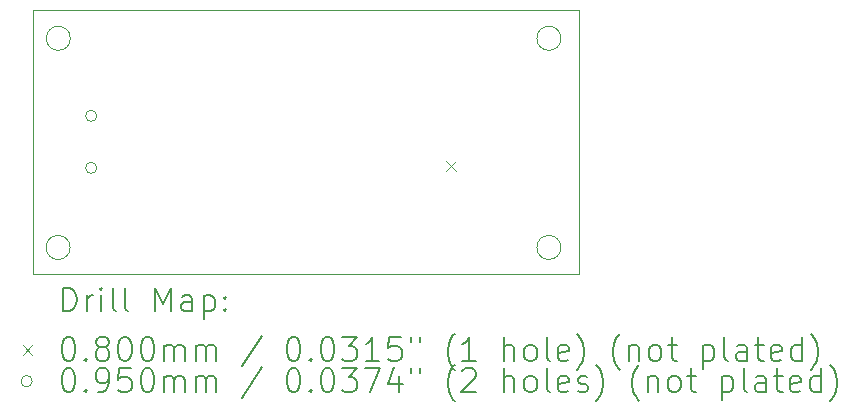
<source format=gbr>
%TF.GenerationSoftware,KiCad,Pcbnew,7.0.10*%
%TF.CreationDate,2024-02-19T12:28:38+05:30*%
%TF.ProjectId,ArduinoNano _Rudra_2021eeb1208,41726475-696e-46f4-9e61-6e6f205f5275,rev?*%
%TF.SameCoordinates,Original*%
%TF.FileFunction,Drillmap*%
%TF.FilePolarity,Positive*%
%FSLAX45Y45*%
G04 Gerber Fmt 4.5, Leading zero omitted, Abs format (unit mm)*
G04 Created by KiCad (PCBNEW 7.0.10) date 2024-02-19 12:28:38*
%MOMM*%
%LPD*%
G01*
G04 APERTURE LIST*
%ADD10C,0.100000*%
%ADD11C,0.200000*%
G04 APERTURE END LIST*
D10*
X6261100Y-9715500D02*
G75*
G03*
X6057900Y-9715500I-101600J0D01*
G01*
X6057900Y-9715500D02*
G75*
G03*
X6261100Y-9715500I101600J0D01*
G01*
X10414000Y-11486000D02*
G75*
G03*
X10210800Y-11486000I-101600J0D01*
G01*
X10210800Y-11486000D02*
G75*
G03*
X10414000Y-11486000I101600J0D01*
G01*
X6258600Y-11486000D02*
G75*
G03*
X6055400Y-11486000I-101600J0D01*
G01*
X6055400Y-11486000D02*
G75*
G03*
X6258600Y-11486000I101600J0D01*
G01*
X5943600Y-9474200D02*
X10566400Y-9474200D01*
X10566400Y-11709400D01*
X5943600Y-11709400D01*
X5943600Y-9474200D01*
X10414000Y-9715500D02*
G75*
G03*
X10210800Y-9715500I-101600J0D01*
G01*
X10210800Y-9715500D02*
G75*
G03*
X10414000Y-9715500I101600J0D01*
G01*
D11*
D10*
X9442050Y-10755000D02*
X9522050Y-10835000D01*
X9522050Y-10755000D02*
X9442050Y-10835000D01*
X6484300Y-10371800D02*
G75*
G03*
X6389300Y-10371800I-47500J0D01*
G01*
X6389300Y-10371800D02*
G75*
G03*
X6484300Y-10371800I47500J0D01*
G01*
X6484300Y-10811800D02*
G75*
G03*
X6389300Y-10811800I-47500J0D01*
G01*
X6389300Y-10811800D02*
G75*
G03*
X6484300Y-10811800I47500J0D01*
G01*
D11*
X6199377Y-12025884D02*
X6199377Y-11825884D01*
X6199377Y-11825884D02*
X6246996Y-11825884D01*
X6246996Y-11825884D02*
X6275567Y-11835408D01*
X6275567Y-11835408D02*
X6294615Y-11854455D01*
X6294615Y-11854455D02*
X6304139Y-11873503D01*
X6304139Y-11873503D02*
X6313662Y-11911598D01*
X6313662Y-11911598D02*
X6313662Y-11940169D01*
X6313662Y-11940169D02*
X6304139Y-11978265D01*
X6304139Y-11978265D02*
X6294615Y-11997312D01*
X6294615Y-11997312D02*
X6275567Y-12016360D01*
X6275567Y-12016360D02*
X6246996Y-12025884D01*
X6246996Y-12025884D02*
X6199377Y-12025884D01*
X6399377Y-12025884D02*
X6399377Y-11892550D01*
X6399377Y-11930646D02*
X6408901Y-11911598D01*
X6408901Y-11911598D02*
X6418424Y-11902074D01*
X6418424Y-11902074D02*
X6437472Y-11892550D01*
X6437472Y-11892550D02*
X6456520Y-11892550D01*
X6523186Y-12025884D02*
X6523186Y-11892550D01*
X6523186Y-11825884D02*
X6513662Y-11835408D01*
X6513662Y-11835408D02*
X6523186Y-11844931D01*
X6523186Y-11844931D02*
X6532710Y-11835408D01*
X6532710Y-11835408D02*
X6523186Y-11825884D01*
X6523186Y-11825884D02*
X6523186Y-11844931D01*
X6646996Y-12025884D02*
X6627948Y-12016360D01*
X6627948Y-12016360D02*
X6618424Y-11997312D01*
X6618424Y-11997312D02*
X6618424Y-11825884D01*
X6751758Y-12025884D02*
X6732710Y-12016360D01*
X6732710Y-12016360D02*
X6723186Y-11997312D01*
X6723186Y-11997312D02*
X6723186Y-11825884D01*
X6980329Y-12025884D02*
X6980329Y-11825884D01*
X6980329Y-11825884D02*
X7046996Y-11968741D01*
X7046996Y-11968741D02*
X7113662Y-11825884D01*
X7113662Y-11825884D02*
X7113662Y-12025884D01*
X7294615Y-12025884D02*
X7294615Y-11921122D01*
X7294615Y-11921122D02*
X7285091Y-11902074D01*
X7285091Y-11902074D02*
X7266043Y-11892550D01*
X7266043Y-11892550D02*
X7227948Y-11892550D01*
X7227948Y-11892550D02*
X7208901Y-11902074D01*
X7294615Y-12016360D02*
X7275567Y-12025884D01*
X7275567Y-12025884D02*
X7227948Y-12025884D01*
X7227948Y-12025884D02*
X7208901Y-12016360D01*
X7208901Y-12016360D02*
X7199377Y-11997312D01*
X7199377Y-11997312D02*
X7199377Y-11978265D01*
X7199377Y-11978265D02*
X7208901Y-11959217D01*
X7208901Y-11959217D02*
X7227948Y-11949693D01*
X7227948Y-11949693D02*
X7275567Y-11949693D01*
X7275567Y-11949693D02*
X7294615Y-11940169D01*
X7389853Y-11892550D02*
X7389853Y-12092550D01*
X7389853Y-11902074D02*
X7408901Y-11892550D01*
X7408901Y-11892550D02*
X7446996Y-11892550D01*
X7446996Y-11892550D02*
X7466043Y-11902074D01*
X7466043Y-11902074D02*
X7475567Y-11911598D01*
X7475567Y-11911598D02*
X7485091Y-11930646D01*
X7485091Y-11930646D02*
X7485091Y-11987788D01*
X7485091Y-11987788D02*
X7475567Y-12006836D01*
X7475567Y-12006836D02*
X7466043Y-12016360D01*
X7466043Y-12016360D02*
X7446996Y-12025884D01*
X7446996Y-12025884D02*
X7408901Y-12025884D01*
X7408901Y-12025884D02*
X7389853Y-12016360D01*
X7570805Y-12006836D02*
X7580329Y-12016360D01*
X7580329Y-12016360D02*
X7570805Y-12025884D01*
X7570805Y-12025884D02*
X7561282Y-12016360D01*
X7561282Y-12016360D02*
X7570805Y-12006836D01*
X7570805Y-12006836D02*
X7570805Y-12025884D01*
X7570805Y-11902074D02*
X7580329Y-11911598D01*
X7580329Y-11911598D02*
X7570805Y-11921122D01*
X7570805Y-11921122D02*
X7561282Y-11911598D01*
X7561282Y-11911598D02*
X7570805Y-11902074D01*
X7570805Y-11902074D02*
X7570805Y-11921122D01*
D10*
X5858600Y-12314400D02*
X5938600Y-12394400D01*
X5938600Y-12314400D02*
X5858600Y-12394400D01*
D11*
X6237472Y-12245884D02*
X6256520Y-12245884D01*
X6256520Y-12245884D02*
X6275567Y-12255408D01*
X6275567Y-12255408D02*
X6285091Y-12264931D01*
X6285091Y-12264931D02*
X6294615Y-12283979D01*
X6294615Y-12283979D02*
X6304139Y-12322074D01*
X6304139Y-12322074D02*
X6304139Y-12369693D01*
X6304139Y-12369693D02*
X6294615Y-12407788D01*
X6294615Y-12407788D02*
X6285091Y-12426836D01*
X6285091Y-12426836D02*
X6275567Y-12436360D01*
X6275567Y-12436360D02*
X6256520Y-12445884D01*
X6256520Y-12445884D02*
X6237472Y-12445884D01*
X6237472Y-12445884D02*
X6218424Y-12436360D01*
X6218424Y-12436360D02*
X6208901Y-12426836D01*
X6208901Y-12426836D02*
X6199377Y-12407788D01*
X6199377Y-12407788D02*
X6189853Y-12369693D01*
X6189853Y-12369693D02*
X6189853Y-12322074D01*
X6189853Y-12322074D02*
X6199377Y-12283979D01*
X6199377Y-12283979D02*
X6208901Y-12264931D01*
X6208901Y-12264931D02*
X6218424Y-12255408D01*
X6218424Y-12255408D02*
X6237472Y-12245884D01*
X6389853Y-12426836D02*
X6399377Y-12436360D01*
X6399377Y-12436360D02*
X6389853Y-12445884D01*
X6389853Y-12445884D02*
X6380329Y-12436360D01*
X6380329Y-12436360D02*
X6389853Y-12426836D01*
X6389853Y-12426836D02*
X6389853Y-12445884D01*
X6513662Y-12331598D02*
X6494615Y-12322074D01*
X6494615Y-12322074D02*
X6485091Y-12312550D01*
X6485091Y-12312550D02*
X6475567Y-12293503D01*
X6475567Y-12293503D02*
X6475567Y-12283979D01*
X6475567Y-12283979D02*
X6485091Y-12264931D01*
X6485091Y-12264931D02*
X6494615Y-12255408D01*
X6494615Y-12255408D02*
X6513662Y-12245884D01*
X6513662Y-12245884D02*
X6551758Y-12245884D01*
X6551758Y-12245884D02*
X6570805Y-12255408D01*
X6570805Y-12255408D02*
X6580329Y-12264931D01*
X6580329Y-12264931D02*
X6589853Y-12283979D01*
X6589853Y-12283979D02*
X6589853Y-12293503D01*
X6589853Y-12293503D02*
X6580329Y-12312550D01*
X6580329Y-12312550D02*
X6570805Y-12322074D01*
X6570805Y-12322074D02*
X6551758Y-12331598D01*
X6551758Y-12331598D02*
X6513662Y-12331598D01*
X6513662Y-12331598D02*
X6494615Y-12341122D01*
X6494615Y-12341122D02*
X6485091Y-12350646D01*
X6485091Y-12350646D02*
X6475567Y-12369693D01*
X6475567Y-12369693D02*
X6475567Y-12407788D01*
X6475567Y-12407788D02*
X6485091Y-12426836D01*
X6485091Y-12426836D02*
X6494615Y-12436360D01*
X6494615Y-12436360D02*
X6513662Y-12445884D01*
X6513662Y-12445884D02*
X6551758Y-12445884D01*
X6551758Y-12445884D02*
X6570805Y-12436360D01*
X6570805Y-12436360D02*
X6580329Y-12426836D01*
X6580329Y-12426836D02*
X6589853Y-12407788D01*
X6589853Y-12407788D02*
X6589853Y-12369693D01*
X6589853Y-12369693D02*
X6580329Y-12350646D01*
X6580329Y-12350646D02*
X6570805Y-12341122D01*
X6570805Y-12341122D02*
X6551758Y-12331598D01*
X6713662Y-12245884D02*
X6732710Y-12245884D01*
X6732710Y-12245884D02*
X6751758Y-12255408D01*
X6751758Y-12255408D02*
X6761282Y-12264931D01*
X6761282Y-12264931D02*
X6770805Y-12283979D01*
X6770805Y-12283979D02*
X6780329Y-12322074D01*
X6780329Y-12322074D02*
X6780329Y-12369693D01*
X6780329Y-12369693D02*
X6770805Y-12407788D01*
X6770805Y-12407788D02*
X6761282Y-12426836D01*
X6761282Y-12426836D02*
X6751758Y-12436360D01*
X6751758Y-12436360D02*
X6732710Y-12445884D01*
X6732710Y-12445884D02*
X6713662Y-12445884D01*
X6713662Y-12445884D02*
X6694615Y-12436360D01*
X6694615Y-12436360D02*
X6685091Y-12426836D01*
X6685091Y-12426836D02*
X6675567Y-12407788D01*
X6675567Y-12407788D02*
X6666043Y-12369693D01*
X6666043Y-12369693D02*
X6666043Y-12322074D01*
X6666043Y-12322074D02*
X6675567Y-12283979D01*
X6675567Y-12283979D02*
X6685091Y-12264931D01*
X6685091Y-12264931D02*
X6694615Y-12255408D01*
X6694615Y-12255408D02*
X6713662Y-12245884D01*
X6904139Y-12245884D02*
X6923186Y-12245884D01*
X6923186Y-12245884D02*
X6942234Y-12255408D01*
X6942234Y-12255408D02*
X6951758Y-12264931D01*
X6951758Y-12264931D02*
X6961282Y-12283979D01*
X6961282Y-12283979D02*
X6970805Y-12322074D01*
X6970805Y-12322074D02*
X6970805Y-12369693D01*
X6970805Y-12369693D02*
X6961282Y-12407788D01*
X6961282Y-12407788D02*
X6951758Y-12426836D01*
X6951758Y-12426836D02*
X6942234Y-12436360D01*
X6942234Y-12436360D02*
X6923186Y-12445884D01*
X6923186Y-12445884D02*
X6904139Y-12445884D01*
X6904139Y-12445884D02*
X6885091Y-12436360D01*
X6885091Y-12436360D02*
X6875567Y-12426836D01*
X6875567Y-12426836D02*
X6866043Y-12407788D01*
X6866043Y-12407788D02*
X6856520Y-12369693D01*
X6856520Y-12369693D02*
X6856520Y-12322074D01*
X6856520Y-12322074D02*
X6866043Y-12283979D01*
X6866043Y-12283979D02*
X6875567Y-12264931D01*
X6875567Y-12264931D02*
X6885091Y-12255408D01*
X6885091Y-12255408D02*
X6904139Y-12245884D01*
X7056520Y-12445884D02*
X7056520Y-12312550D01*
X7056520Y-12331598D02*
X7066043Y-12322074D01*
X7066043Y-12322074D02*
X7085091Y-12312550D01*
X7085091Y-12312550D02*
X7113663Y-12312550D01*
X7113663Y-12312550D02*
X7132710Y-12322074D01*
X7132710Y-12322074D02*
X7142234Y-12341122D01*
X7142234Y-12341122D02*
X7142234Y-12445884D01*
X7142234Y-12341122D02*
X7151758Y-12322074D01*
X7151758Y-12322074D02*
X7170805Y-12312550D01*
X7170805Y-12312550D02*
X7199377Y-12312550D01*
X7199377Y-12312550D02*
X7218424Y-12322074D01*
X7218424Y-12322074D02*
X7227948Y-12341122D01*
X7227948Y-12341122D02*
X7227948Y-12445884D01*
X7323186Y-12445884D02*
X7323186Y-12312550D01*
X7323186Y-12331598D02*
X7332710Y-12322074D01*
X7332710Y-12322074D02*
X7351758Y-12312550D01*
X7351758Y-12312550D02*
X7380329Y-12312550D01*
X7380329Y-12312550D02*
X7399377Y-12322074D01*
X7399377Y-12322074D02*
X7408901Y-12341122D01*
X7408901Y-12341122D02*
X7408901Y-12445884D01*
X7408901Y-12341122D02*
X7418424Y-12322074D01*
X7418424Y-12322074D02*
X7437472Y-12312550D01*
X7437472Y-12312550D02*
X7466043Y-12312550D01*
X7466043Y-12312550D02*
X7485091Y-12322074D01*
X7485091Y-12322074D02*
X7494615Y-12341122D01*
X7494615Y-12341122D02*
X7494615Y-12445884D01*
X7885091Y-12236360D02*
X7713663Y-12493503D01*
X8142234Y-12245884D02*
X8161282Y-12245884D01*
X8161282Y-12245884D02*
X8180329Y-12255408D01*
X8180329Y-12255408D02*
X8189853Y-12264931D01*
X8189853Y-12264931D02*
X8199377Y-12283979D01*
X8199377Y-12283979D02*
X8208901Y-12322074D01*
X8208901Y-12322074D02*
X8208901Y-12369693D01*
X8208901Y-12369693D02*
X8199377Y-12407788D01*
X8199377Y-12407788D02*
X8189853Y-12426836D01*
X8189853Y-12426836D02*
X8180329Y-12436360D01*
X8180329Y-12436360D02*
X8161282Y-12445884D01*
X8161282Y-12445884D02*
X8142234Y-12445884D01*
X8142234Y-12445884D02*
X8123186Y-12436360D01*
X8123186Y-12436360D02*
X8113663Y-12426836D01*
X8113663Y-12426836D02*
X8104139Y-12407788D01*
X8104139Y-12407788D02*
X8094615Y-12369693D01*
X8094615Y-12369693D02*
X8094615Y-12322074D01*
X8094615Y-12322074D02*
X8104139Y-12283979D01*
X8104139Y-12283979D02*
X8113663Y-12264931D01*
X8113663Y-12264931D02*
X8123186Y-12255408D01*
X8123186Y-12255408D02*
X8142234Y-12245884D01*
X8294615Y-12426836D02*
X8304139Y-12436360D01*
X8304139Y-12436360D02*
X8294615Y-12445884D01*
X8294615Y-12445884D02*
X8285091Y-12436360D01*
X8285091Y-12436360D02*
X8294615Y-12426836D01*
X8294615Y-12426836D02*
X8294615Y-12445884D01*
X8427948Y-12245884D02*
X8446996Y-12245884D01*
X8446996Y-12245884D02*
X8466044Y-12255408D01*
X8466044Y-12255408D02*
X8475568Y-12264931D01*
X8475568Y-12264931D02*
X8485091Y-12283979D01*
X8485091Y-12283979D02*
X8494615Y-12322074D01*
X8494615Y-12322074D02*
X8494615Y-12369693D01*
X8494615Y-12369693D02*
X8485091Y-12407788D01*
X8485091Y-12407788D02*
X8475568Y-12426836D01*
X8475568Y-12426836D02*
X8466044Y-12436360D01*
X8466044Y-12436360D02*
X8446996Y-12445884D01*
X8446996Y-12445884D02*
X8427948Y-12445884D01*
X8427948Y-12445884D02*
X8408901Y-12436360D01*
X8408901Y-12436360D02*
X8399377Y-12426836D01*
X8399377Y-12426836D02*
X8389853Y-12407788D01*
X8389853Y-12407788D02*
X8380329Y-12369693D01*
X8380329Y-12369693D02*
X8380329Y-12322074D01*
X8380329Y-12322074D02*
X8389853Y-12283979D01*
X8389853Y-12283979D02*
X8399377Y-12264931D01*
X8399377Y-12264931D02*
X8408901Y-12255408D01*
X8408901Y-12255408D02*
X8427948Y-12245884D01*
X8561282Y-12245884D02*
X8685091Y-12245884D01*
X8685091Y-12245884D02*
X8618425Y-12322074D01*
X8618425Y-12322074D02*
X8646996Y-12322074D01*
X8646996Y-12322074D02*
X8666044Y-12331598D01*
X8666044Y-12331598D02*
X8675568Y-12341122D01*
X8675568Y-12341122D02*
X8685091Y-12360169D01*
X8685091Y-12360169D02*
X8685091Y-12407788D01*
X8685091Y-12407788D02*
X8675568Y-12426836D01*
X8675568Y-12426836D02*
X8666044Y-12436360D01*
X8666044Y-12436360D02*
X8646996Y-12445884D01*
X8646996Y-12445884D02*
X8589853Y-12445884D01*
X8589853Y-12445884D02*
X8570806Y-12436360D01*
X8570806Y-12436360D02*
X8561282Y-12426836D01*
X8875568Y-12445884D02*
X8761282Y-12445884D01*
X8818425Y-12445884D02*
X8818425Y-12245884D01*
X8818425Y-12245884D02*
X8799377Y-12274455D01*
X8799377Y-12274455D02*
X8780329Y-12293503D01*
X8780329Y-12293503D02*
X8761282Y-12303027D01*
X9056520Y-12245884D02*
X8961282Y-12245884D01*
X8961282Y-12245884D02*
X8951758Y-12341122D01*
X8951758Y-12341122D02*
X8961282Y-12331598D01*
X8961282Y-12331598D02*
X8980329Y-12322074D01*
X8980329Y-12322074D02*
X9027949Y-12322074D01*
X9027949Y-12322074D02*
X9046996Y-12331598D01*
X9046996Y-12331598D02*
X9056520Y-12341122D01*
X9056520Y-12341122D02*
X9066044Y-12360169D01*
X9066044Y-12360169D02*
X9066044Y-12407788D01*
X9066044Y-12407788D02*
X9056520Y-12426836D01*
X9056520Y-12426836D02*
X9046996Y-12436360D01*
X9046996Y-12436360D02*
X9027949Y-12445884D01*
X9027949Y-12445884D02*
X8980329Y-12445884D01*
X8980329Y-12445884D02*
X8961282Y-12436360D01*
X8961282Y-12436360D02*
X8951758Y-12426836D01*
X9142234Y-12245884D02*
X9142234Y-12283979D01*
X9218425Y-12245884D02*
X9218425Y-12283979D01*
X9513663Y-12522074D02*
X9504139Y-12512550D01*
X9504139Y-12512550D02*
X9485091Y-12483979D01*
X9485091Y-12483979D02*
X9475568Y-12464931D01*
X9475568Y-12464931D02*
X9466044Y-12436360D01*
X9466044Y-12436360D02*
X9456520Y-12388741D01*
X9456520Y-12388741D02*
X9456520Y-12350646D01*
X9456520Y-12350646D02*
X9466044Y-12303027D01*
X9466044Y-12303027D02*
X9475568Y-12274455D01*
X9475568Y-12274455D02*
X9485091Y-12255408D01*
X9485091Y-12255408D02*
X9504139Y-12226836D01*
X9504139Y-12226836D02*
X9513663Y-12217312D01*
X9694615Y-12445884D02*
X9580330Y-12445884D01*
X9637472Y-12445884D02*
X9637472Y-12245884D01*
X9637472Y-12245884D02*
X9618425Y-12274455D01*
X9618425Y-12274455D02*
X9599377Y-12293503D01*
X9599377Y-12293503D02*
X9580330Y-12303027D01*
X9932711Y-12445884D02*
X9932711Y-12245884D01*
X10018425Y-12445884D02*
X10018425Y-12341122D01*
X10018425Y-12341122D02*
X10008901Y-12322074D01*
X10008901Y-12322074D02*
X9989853Y-12312550D01*
X9989853Y-12312550D02*
X9961282Y-12312550D01*
X9961282Y-12312550D02*
X9942234Y-12322074D01*
X9942234Y-12322074D02*
X9932711Y-12331598D01*
X10142234Y-12445884D02*
X10123187Y-12436360D01*
X10123187Y-12436360D02*
X10113663Y-12426836D01*
X10113663Y-12426836D02*
X10104139Y-12407788D01*
X10104139Y-12407788D02*
X10104139Y-12350646D01*
X10104139Y-12350646D02*
X10113663Y-12331598D01*
X10113663Y-12331598D02*
X10123187Y-12322074D01*
X10123187Y-12322074D02*
X10142234Y-12312550D01*
X10142234Y-12312550D02*
X10170806Y-12312550D01*
X10170806Y-12312550D02*
X10189853Y-12322074D01*
X10189853Y-12322074D02*
X10199377Y-12331598D01*
X10199377Y-12331598D02*
X10208901Y-12350646D01*
X10208901Y-12350646D02*
X10208901Y-12407788D01*
X10208901Y-12407788D02*
X10199377Y-12426836D01*
X10199377Y-12426836D02*
X10189853Y-12436360D01*
X10189853Y-12436360D02*
X10170806Y-12445884D01*
X10170806Y-12445884D02*
X10142234Y-12445884D01*
X10323187Y-12445884D02*
X10304139Y-12436360D01*
X10304139Y-12436360D02*
X10294615Y-12417312D01*
X10294615Y-12417312D02*
X10294615Y-12245884D01*
X10475568Y-12436360D02*
X10456520Y-12445884D01*
X10456520Y-12445884D02*
X10418425Y-12445884D01*
X10418425Y-12445884D02*
X10399377Y-12436360D01*
X10399377Y-12436360D02*
X10389853Y-12417312D01*
X10389853Y-12417312D02*
X10389853Y-12341122D01*
X10389853Y-12341122D02*
X10399377Y-12322074D01*
X10399377Y-12322074D02*
X10418425Y-12312550D01*
X10418425Y-12312550D02*
X10456520Y-12312550D01*
X10456520Y-12312550D02*
X10475568Y-12322074D01*
X10475568Y-12322074D02*
X10485092Y-12341122D01*
X10485092Y-12341122D02*
X10485092Y-12360169D01*
X10485092Y-12360169D02*
X10389853Y-12379217D01*
X10551758Y-12522074D02*
X10561282Y-12512550D01*
X10561282Y-12512550D02*
X10580330Y-12483979D01*
X10580330Y-12483979D02*
X10589853Y-12464931D01*
X10589853Y-12464931D02*
X10599377Y-12436360D01*
X10599377Y-12436360D02*
X10608901Y-12388741D01*
X10608901Y-12388741D02*
X10608901Y-12350646D01*
X10608901Y-12350646D02*
X10599377Y-12303027D01*
X10599377Y-12303027D02*
X10589853Y-12274455D01*
X10589853Y-12274455D02*
X10580330Y-12255408D01*
X10580330Y-12255408D02*
X10561282Y-12226836D01*
X10561282Y-12226836D02*
X10551758Y-12217312D01*
X10913663Y-12522074D02*
X10904139Y-12512550D01*
X10904139Y-12512550D02*
X10885092Y-12483979D01*
X10885092Y-12483979D02*
X10875568Y-12464931D01*
X10875568Y-12464931D02*
X10866044Y-12436360D01*
X10866044Y-12436360D02*
X10856520Y-12388741D01*
X10856520Y-12388741D02*
X10856520Y-12350646D01*
X10856520Y-12350646D02*
X10866044Y-12303027D01*
X10866044Y-12303027D02*
X10875568Y-12274455D01*
X10875568Y-12274455D02*
X10885092Y-12255408D01*
X10885092Y-12255408D02*
X10904139Y-12226836D01*
X10904139Y-12226836D02*
X10913663Y-12217312D01*
X10989853Y-12312550D02*
X10989853Y-12445884D01*
X10989853Y-12331598D02*
X10999377Y-12322074D01*
X10999377Y-12322074D02*
X11018425Y-12312550D01*
X11018425Y-12312550D02*
X11046996Y-12312550D01*
X11046996Y-12312550D02*
X11066044Y-12322074D01*
X11066044Y-12322074D02*
X11075568Y-12341122D01*
X11075568Y-12341122D02*
X11075568Y-12445884D01*
X11199377Y-12445884D02*
X11180330Y-12436360D01*
X11180330Y-12436360D02*
X11170806Y-12426836D01*
X11170806Y-12426836D02*
X11161282Y-12407788D01*
X11161282Y-12407788D02*
X11161282Y-12350646D01*
X11161282Y-12350646D02*
X11170806Y-12331598D01*
X11170806Y-12331598D02*
X11180330Y-12322074D01*
X11180330Y-12322074D02*
X11199377Y-12312550D01*
X11199377Y-12312550D02*
X11227949Y-12312550D01*
X11227949Y-12312550D02*
X11246996Y-12322074D01*
X11246996Y-12322074D02*
X11256520Y-12331598D01*
X11256520Y-12331598D02*
X11266044Y-12350646D01*
X11266044Y-12350646D02*
X11266044Y-12407788D01*
X11266044Y-12407788D02*
X11256520Y-12426836D01*
X11256520Y-12426836D02*
X11246996Y-12436360D01*
X11246996Y-12436360D02*
X11227949Y-12445884D01*
X11227949Y-12445884D02*
X11199377Y-12445884D01*
X11323187Y-12312550D02*
X11399377Y-12312550D01*
X11351758Y-12245884D02*
X11351758Y-12417312D01*
X11351758Y-12417312D02*
X11361282Y-12436360D01*
X11361282Y-12436360D02*
X11380330Y-12445884D01*
X11380330Y-12445884D02*
X11399377Y-12445884D01*
X11618425Y-12312550D02*
X11618425Y-12512550D01*
X11618425Y-12322074D02*
X11637472Y-12312550D01*
X11637472Y-12312550D02*
X11675568Y-12312550D01*
X11675568Y-12312550D02*
X11694615Y-12322074D01*
X11694615Y-12322074D02*
X11704139Y-12331598D01*
X11704139Y-12331598D02*
X11713663Y-12350646D01*
X11713663Y-12350646D02*
X11713663Y-12407788D01*
X11713663Y-12407788D02*
X11704139Y-12426836D01*
X11704139Y-12426836D02*
X11694615Y-12436360D01*
X11694615Y-12436360D02*
X11675568Y-12445884D01*
X11675568Y-12445884D02*
X11637472Y-12445884D01*
X11637472Y-12445884D02*
X11618425Y-12436360D01*
X11827949Y-12445884D02*
X11808901Y-12436360D01*
X11808901Y-12436360D02*
X11799377Y-12417312D01*
X11799377Y-12417312D02*
X11799377Y-12245884D01*
X11989853Y-12445884D02*
X11989853Y-12341122D01*
X11989853Y-12341122D02*
X11980330Y-12322074D01*
X11980330Y-12322074D02*
X11961282Y-12312550D01*
X11961282Y-12312550D02*
X11923187Y-12312550D01*
X11923187Y-12312550D02*
X11904139Y-12322074D01*
X11989853Y-12436360D02*
X11970806Y-12445884D01*
X11970806Y-12445884D02*
X11923187Y-12445884D01*
X11923187Y-12445884D02*
X11904139Y-12436360D01*
X11904139Y-12436360D02*
X11894615Y-12417312D01*
X11894615Y-12417312D02*
X11894615Y-12398265D01*
X11894615Y-12398265D02*
X11904139Y-12379217D01*
X11904139Y-12379217D02*
X11923187Y-12369693D01*
X11923187Y-12369693D02*
X11970806Y-12369693D01*
X11970806Y-12369693D02*
X11989853Y-12360169D01*
X12056520Y-12312550D02*
X12132711Y-12312550D01*
X12085092Y-12245884D02*
X12085092Y-12417312D01*
X12085092Y-12417312D02*
X12094615Y-12436360D01*
X12094615Y-12436360D02*
X12113663Y-12445884D01*
X12113663Y-12445884D02*
X12132711Y-12445884D01*
X12275568Y-12436360D02*
X12256520Y-12445884D01*
X12256520Y-12445884D02*
X12218425Y-12445884D01*
X12218425Y-12445884D02*
X12199377Y-12436360D01*
X12199377Y-12436360D02*
X12189853Y-12417312D01*
X12189853Y-12417312D02*
X12189853Y-12341122D01*
X12189853Y-12341122D02*
X12199377Y-12322074D01*
X12199377Y-12322074D02*
X12218425Y-12312550D01*
X12218425Y-12312550D02*
X12256520Y-12312550D01*
X12256520Y-12312550D02*
X12275568Y-12322074D01*
X12275568Y-12322074D02*
X12285092Y-12341122D01*
X12285092Y-12341122D02*
X12285092Y-12360169D01*
X12285092Y-12360169D02*
X12189853Y-12379217D01*
X12456520Y-12445884D02*
X12456520Y-12245884D01*
X12456520Y-12436360D02*
X12437473Y-12445884D01*
X12437473Y-12445884D02*
X12399377Y-12445884D01*
X12399377Y-12445884D02*
X12380330Y-12436360D01*
X12380330Y-12436360D02*
X12370806Y-12426836D01*
X12370806Y-12426836D02*
X12361282Y-12407788D01*
X12361282Y-12407788D02*
X12361282Y-12350646D01*
X12361282Y-12350646D02*
X12370806Y-12331598D01*
X12370806Y-12331598D02*
X12380330Y-12322074D01*
X12380330Y-12322074D02*
X12399377Y-12312550D01*
X12399377Y-12312550D02*
X12437473Y-12312550D01*
X12437473Y-12312550D02*
X12456520Y-12322074D01*
X12532711Y-12522074D02*
X12542234Y-12512550D01*
X12542234Y-12512550D02*
X12561282Y-12483979D01*
X12561282Y-12483979D02*
X12570806Y-12464931D01*
X12570806Y-12464931D02*
X12580330Y-12436360D01*
X12580330Y-12436360D02*
X12589853Y-12388741D01*
X12589853Y-12388741D02*
X12589853Y-12350646D01*
X12589853Y-12350646D02*
X12580330Y-12303027D01*
X12580330Y-12303027D02*
X12570806Y-12274455D01*
X12570806Y-12274455D02*
X12561282Y-12255408D01*
X12561282Y-12255408D02*
X12542234Y-12226836D01*
X12542234Y-12226836D02*
X12532711Y-12217312D01*
D10*
X5938600Y-12618400D02*
G75*
G03*
X5843600Y-12618400I-47500J0D01*
G01*
X5843600Y-12618400D02*
G75*
G03*
X5938600Y-12618400I47500J0D01*
G01*
D11*
X6237472Y-12509884D02*
X6256520Y-12509884D01*
X6256520Y-12509884D02*
X6275567Y-12519408D01*
X6275567Y-12519408D02*
X6285091Y-12528931D01*
X6285091Y-12528931D02*
X6294615Y-12547979D01*
X6294615Y-12547979D02*
X6304139Y-12586074D01*
X6304139Y-12586074D02*
X6304139Y-12633693D01*
X6304139Y-12633693D02*
X6294615Y-12671788D01*
X6294615Y-12671788D02*
X6285091Y-12690836D01*
X6285091Y-12690836D02*
X6275567Y-12700360D01*
X6275567Y-12700360D02*
X6256520Y-12709884D01*
X6256520Y-12709884D02*
X6237472Y-12709884D01*
X6237472Y-12709884D02*
X6218424Y-12700360D01*
X6218424Y-12700360D02*
X6208901Y-12690836D01*
X6208901Y-12690836D02*
X6199377Y-12671788D01*
X6199377Y-12671788D02*
X6189853Y-12633693D01*
X6189853Y-12633693D02*
X6189853Y-12586074D01*
X6189853Y-12586074D02*
X6199377Y-12547979D01*
X6199377Y-12547979D02*
X6208901Y-12528931D01*
X6208901Y-12528931D02*
X6218424Y-12519408D01*
X6218424Y-12519408D02*
X6237472Y-12509884D01*
X6389853Y-12690836D02*
X6399377Y-12700360D01*
X6399377Y-12700360D02*
X6389853Y-12709884D01*
X6389853Y-12709884D02*
X6380329Y-12700360D01*
X6380329Y-12700360D02*
X6389853Y-12690836D01*
X6389853Y-12690836D02*
X6389853Y-12709884D01*
X6494615Y-12709884D02*
X6532710Y-12709884D01*
X6532710Y-12709884D02*
X6551758Y-12700360D01*
X6551758Y-12700360D02*
X6561282Y-12690836D01*
X6561282Y-12690836D02*
X6580329Y-12662265D01*
X6580329Y-12662265D02*
X6589853Y-12624169D01*
X6589853Y-12624169D02*
X6589853Y-12547979D01*
X6589853Y-12547979D02*
X6580329Y-12528931D01*
X6580329Y-12528931D02*
X6570805Y-12519408D01*
X6570805Y-12519408D02*
X6551758Y-12509884D01*
X6551758Y-12509884D02*
X6513662Y-12509884D01*
X6513662Y-12509884D02*
X6494615Y-12519408D01*
X6494615Y-12519408D02*
X6485091Y-12528931D01*
X6485091Y-12528931D02*
X6475567Y-12547979D01*
X6475567Y-12547979D02*
X6475567Y-12595598D01*
X6475567Y-12595598D02*
X6485091Y-12614646D01*
X6485091Y-12614646D02*
X6494615Y-12624169D01*
X6494615Y-12624169D02*
X6513662Y-12633693D01*
X6513662Y-12633693D02*
X6551758Y-12633693D01*
X6551758Y-12633693D02*
X6570805Y-12624169D01*
X6570805Y-12624169D02*
X6580329Y-12614646D01*
X6580329Y-12614646D02*
X6589853Y-12595598D01*
X6770805Y-12509884D02*
X6675567Y-12509884D01*
X6675567Y-12509884D02*
X6666043Y-12605122D01*
X6666043Y-12605122D02*
X6675567Y-12595598D01*
X6675567Y-12595598D02*
X6694615Y-12586074D01*
X6694615Y-12586074D02*
X6742234Y-12586074D01*
X6742234Y-12586074D02*
X6761282Y-12595598D01*
X6761282Y-12595598D02*
X6770805Y-12605122D01*
X6770805Y-12605122D02*
X6780329Y-12624169D01*
X6780329Y-12624169D02*
X6780329Y-12671788D01*
X6780329Y-12671788D02*
X6770805Y-12690836D01*
X6770805Y-12690836D02*
X6761282Y-12700360D01*
X6761282Y-12700360D02*
X6742234Y-12709884D01*
X6742234Y-12709884D02*
X6694615Y-12709884D01*
X6694615Y-12709884D02*
X6675567Y-12700360D01*
X6675567Y-12700360D02*
X6666043Y-12690836D01*
X6904139Y-12509884D02*
X6923186Y-12509884D01*
X6923186Y-12509884D02*
X6942234Y-12519408D01*
X6942234Y-12519408D02*
X6951758Y-12528931D01*
X6951758Y-12528931D02*
X6961282Y-12547979D01*
X6961282Y-12547979D02*
X6970805Y-12586074D01*
X6970805Y-12586074D02*
X6970805Y-12633693D01*
X6970805Y-12633693D02*
X6961282Y-12671788D01*
X6961282Y-12671788D02*
X6951758Y-12690836D01*
X6951758Y-12690836D02*
X6942234Y-12700360D01*
X6942234Y-12700360D02*
X6923186Y-12709884D01*
X6923186Y-12709884D02*
X6904139Y-12709884D01*
X6904139Y-12709884D02*
X6885091Y-12700360D01*
X6885091Y-12700360D02*
X6875567Y-12690836D01*
X6875567Y-12690836D02*
X6866043Y-12671788D01*
X6866043Y-12671788D02*
X6856520Y-12633693D01*
X6856520Y-12633693D02*
X6856520Y-12586074D01*
X6856520Y-12586074D02*
X6866043Y-12547979D01*
X6866043Y-12547979D02*
X6875567Y-12528931D01*
X6875567Y-12528931D02*
X6885091Y-12519408D01*
X6885091Y-12519408D02*
X6904139Y-12509884D01*
X7056520Y-12709884D02*
X7056520Y-12576550D01*
X7056520Y-12595598D02*
X7066043Y-12586074D01*
X7066043Y-12586074D02*
X7085091Y-12576550D01*
X7085091Y-12576550D02*
X7113663Y-12576550D01*
X7113663Y-12576550D02*
X7132710Y-12586074D01*
X7132710Y-12586074D02*
X7142234Y-12605122D01*
X7142234Y-12605122D02*
X7142234Y-12709884D01*
X7142234Y-12605122D02*
X7151758Y-12586074D01*
X7151758Y-12586074D02*
X7170805Y-12576550D01*
X7170805Y-12576550D02*
X7199377Y-12576550D01*
X7199377Y-12576550D02*
X7218424Y-12586074D01*
X7218424Y-12586074D02*
X7227948Y-12605122D01*
X7227948Y-12605122D02*
X7227948Y-12709884D01*
X7323186Y-12709884D02*
X7323186Y-12576550D01*
X7323186Y-12595598D02*
X7332710Y-12586074D01*
X7332710Y-12586074D02*
X7351758Y-12576550D01*
X7351758Y-12576550D02*
X7380329Y-12576550D01*
X7380329Y-12576550D02*
X7399377Y-12586074D01*
X7399377Y-12586074D02*
X7408901Y-12605122D01*
X7408901Y-12605122D02*
X7408901Y-12709884D01*
X7408901Y-12605122D02*
X7418424Y-12586074D01*
X7418424Y-12586074D02*
X7437472Y-12576550D01*
X7437472Y-12576550D02*
X7466043Y-12576550D01*
X7466043Y-12576550D02*
X7485091Y-12586074D01*
X7485091Y-12586074D02*
X7494615Y-12605122D01*
X7494615Y-12605122D02*
X7494615Y-12709884D01*
X7885091Y-12500360D02*
X7713663Y-12757503D01*
X8142234Y-12509884D02*
X8161282Y-12509884D01*
X8161282Y-12509884D02*
X8180329Y-12519408D01*
X8180329Y-12519408D02*
X8189853Y-12528931D01*
X8189853Y-12528931D02*
X8199377Y-12547979D01*
X8199377Y-12547979D02*
X8208901Y-12586074D01*
X8208901Y-12586074D02*
X8208901Y-12633693D01*
X8208901Y-12633693D02*
X8199377Y-12671788D01*
X8199377Y-12671788D02*
X8189853Y-12690836D01*
X8189853Y-12690836D02*
X8180329Y-12700360D01*
X8180329Y-12700360D02*
X8161282Y-12709884D01*
X8161282Y-12709884D02*
X8142234Y-12709884D01*
X8142234Y-12709884D02*
X8123186Y-12700360D01*
X8123186Y-12700360D02*
X8113663Y-12690836D01*
X8113663Y-12690836D02*
X8104139Y-12671788D01*
X8104139Y-12671788D02*
X8094615Y-12633693D01*
X8094615Y-12633693D02*
X8094615Y-12586074D01*
X8094615Y-12586074D02*
X8104139Y-12547979D01*
X8104139Y-12547979D02*
X8113663Y-12528931D01*
X8113663Y-12528931D02*
X8123186Y-12519408D01*
X8123186Y-12519408D02*
X8142234Y-12509884D01*
X8294615Y-12690836D02*
X8304139Y-12700360D01*
X8304139Y-12700360D02*
X8294615Y-12709884D01*
X8294615Y-12709884D02*
X8285091Y-12700360D01*
X8285091Y-12700360D02*
X8294615Y-12690836D01*
X8294615Y-12690836D02*
X8294615Y-12709884D01*
X8427948Y-12509884D02*
X8446996Y-12509884D01*
X8446996Y-12509884D02*
X8466044Y-12519408D01*
X8466044Y-12519408D02*
X8475568Y-12528931D01*
X8475568Y-12528931D02*
X8485091Y-12547979D01*
X8485091Y-12547979D02*
X8494615Y-12586074D01*
X8494615Y-12586074D02*
X8494615Y-12633693D01*
X8494615Y-12633693D02*
X8485091Y-12671788D01*
X8485091Y-12671788D02*
X8475568Y-12690836D01*
X8475568Y-12690836D02*
X8466044Y-12700360D01*
X8466044Y-12700360D02*
X8446996Y-12709884D01*
X8446996Y-12709884D02*
X8427948Y-12709884D01*
X8427948Y-12709884D02*
X8408901Y-12700360D01*
X8408901Y-12700360D02*
X8399377Y-12690836D01*
X8399377Y-12690836D02*
X8389853Y-12671788D01*
X8389853Y-12671788D02*
X8380329Y-12633693D01*
X8380329Y-12633693D02*
X8380329Y-12586074D01*
X8380329Y-12586074D02*
X8389853Y-12547979D01*
X8389853Y-12547979D02*
X8399377Y-12528931D01*
X8399377Y-12528931D02*
X8408901Y-12519408D01*
X8408901Y-12519408D02*
X8427948Y-12509884D01*
X8561282Y-12509884D02*
X8685091Y-12509884D01*
X8685091Y-12509884D02*
X8618425Y-12586074D01*
X8618425Y-12586074D02*
X8646996Y-12586074D01*
X8646996Y-12586074D02*
X8666044Y-12595598D01*
X8666044Y-12595598D02*
X8675568Y-12605122D01*
X8675568Y-12605122D02*
X8685091Y-12624169D01*
X8685091Y-12624169D02*
X8685091Y-12671788D01*
X8685091Y-12671788D02*
X8675568Y-12690836D01*
X8675568Y-12690836D02*
X8666044Y-12700360D01*
X8666044Y-12700360D02*
X8646996Y-12709884D01*
X8646996Y-12709884D02*
X8589853Y-12709884D01*
X8589853Y-12709884D02*
X8570806Y-12700360D01*
X8570806Y-12700360D02*
X8561282Y-12690836D01*
X8751758Y-12509884D02*
X8885091Y-12509884D01*
X8885091Y-12509884D02*
X8799377Y-12709884D01*
X9046996Y-12576550D02*
X9046996Y-12709884D01*
X8999377Y-12500360D02*
X8951758Y-12643217D01*
X8951758Y-12643217D02*
X9075568Y-12643217D01*
X9142234Y-12509884D02*
X9142234Y-12547979D01*
X9218425Y-12509884D02*
X9218425Y-12547979D01*
X9513663Y-12786074D02*
X9504139Y-12776550D01*
X9504139Y-12776550D02*
X9485091Y-12747979D01*
X9485091Y-12747979D02*
X9475568Y-12728931D01*
X9475568Y-12728931D02*
X9466044Y-12700360D01*
X9466044Y-12700360D02*
X9456520Y-12652741D01*
X9456520Y-12652741D02*
X9456520Y-12614646D01*
X9456520Y-12614646D02*
X9466044Y-12567027D01*
X9466044Y-12567027D02*
X9475568Y-12538455D01*
X9475568Y-12538455D02*
X9485091Y-12519408D01*
X9485091Y-12519408D02*
X9504139Y-12490836D01*
X9504139Y-12490836D02*
X9513663Y-12481312D01*
X9580330Y-12528931D02*
X9589853Y-12519408D01*
X9589853Y-12519408D02*
X9608901Y-12509884D01*
X9608901Y-12509884D02*
X9656520Y-12509884D01*
X9656520Y-12509884D02*
X9675568Y-12519408D01*
X9675568Y-12519408D02*
X9685091Y-12528931D01*
X9685091Y-12528931D02*
X9694615Y-12547979D01*
X9694615Y-12547979D02*
X9694615Y-12567027D01*
X9694615Y-12567027D02*
X9685091Y-12595598D01*
X9685091Y-12595598D02*
X9570806Y-12709884D01*
X9570806Y-12709884D02*
X9694615Y-12709884D01*
X9932711Y-12709884D02*
X9932711Y-12509884D01*
X10018425Y-12709884D02*
X10018425Y-12605122D01*
X10018425Y-12605122D02*
X10008901Y-12586074D01*
X10008901Y-12586074D02*
X9989853Y-12576550D01*
X9989853Y-12576550D02*
X9961282Y-12576550D01*
X9961282Y-12576550D02*
X9942234Y-12586074D01*
X9942234Y-12586074D02*
X9932711Y-12595598D01*
X10142234Y-12709884D02*
X10123187Y-12700360D01*
X10123187Y-12700360D02*
X10113663Y-12690836D01*
X10113663Y-12690836D02*
X10104139Y-12671788D01*
X10104139Y-12671788D02*
X10104139Y-12614646D01*
X10104139Y-12614646D02*
X10113663Y-12595598D01*
X10113663Y-12595598D02*
X10123187Y-12586074D01*
X10123187Y-12586074D02*
X10142234Y-12576550D01*
X10142234Y-12576550D02*
X10170806Y-12576550D01*
X10170806Y-12576550D02*
X10189853Y-12586074D01*
X10189853Y-12586074D02*
X10199377Y-12595598D01*
X10199377Y-12595598D02*
X10208901Y-12614646D01*
X10208901Y-12614646D02*
X10208901Y-12671788D01*
X10208901Y-12671788D02*
X10199377Y-12690836D01*
X10199377Y-12690836D02*
X10189853Y-12700360D01*
X10189853Y-12700360D02*
X10170806Y-12709884D01*
X10170806Y-12709884D02*
X10142234Y-12709884D01*
X10323187Y-12709884D02*
X10304139Y-12700360D01*
X10304139Y-12700360D02*
X10294615Y-12681312D01*
X10294615Y-12681312D02*
X10294615Y-12509884D01*
X10475568Y-12700360D02*
X10456520Y-12709884D01*
X10456520Y-12709884D02*
X10418425Y-12709884D01*
X10418425Y-12709884D02*
X10399377Y-12700360D01*
X10399377Y-12700360D02*
X10389853Y-12681312D01*
X10389853Y-12681312D02*
X10389853Y-12605122D01*
X10389853Y-12605122D02*
X10399377Y-12586074D01*
X10399377Y-12586074D02*
X10418425Y-12576550D01*
X10418425Y-12576550D02*
X10456520Y-12576550D01*
X10456520Y-12576550D02*
X10475568Y-12586074D01*
X10475568Y-12586074D02*
X10485092Y-12605122D01*
X10485092Y-12605122D02*
X10485092Y-12624169D01*
X10485092Y-12624169D02*
X10389853Y-12643217D01*
X10561282Y-12700360D02*
X10580330Y-12709884D01*
X10580330Y-12709884D02*
X10618425Y-12709884D01*
X10618425Y-12709884D02*
X10637473Y-12700360D01*
X10637473Y-12700360D02*
X10646996Y-12681312D01*
X10646996Y-12681312D02*
X10646996Y-12671788D01*
X10646996Y-12671788D02*
X10637473Y-12652741D01*
X10637473Y-12652741D02*
X10618425Y-12643217D01*
X10618425Y-12643217D02*
X10589853Y-12643217D01*
X10589853Y-12643217D02*
X10570806Y-12633693D01*
X10570806Y-12633693D02*
X10561282Y-12614646D01*
X10561282Y-12614646D02*
X10561282Y-12605122D01*
X10561282Y-12605122D02*
X10570806Y-12586074D01*
X10570806Y-12586074D02*
X10589853Y-12576550D01*
X10589853Y-12576550D02*
X10618425Y-12576550D01*
X10618425Y-12576550D02*
X10637473Y-12586074D01*
X10713663Y-12786074D02*
X10723187Y-12776550D01*
X10723187Y-12776550D02*
X10742234Y-12747979D01*
X10742234Y-12747979D02*
X10751758Y-12728931D01*
X10751758Y-12728931D02*
X10761282Y-12700360D01*
X10761282Y-12700360D02*
X10770806Y-12652741D01*
X10770806Y-12652741D02*
X10770806Y-12614646D01*
X10770806Y-12614646D02*
X10761282Y-12567027D01*
X10761282Y-12567027D02*
X10751758Y-12538455D01*
X10751758Y-12538455D02*
X10742234Y-12519408D01*
X10742234Y-12519408D02*
X10723187Y-12490836D01*
X10723187Y-12490836D02*
X10713663Y-12481312D01*
X11075568Y-12786074D02*
X11066044Y-12776550D01*
X11066044Y-12776550D02*
X11046996Y-12747979D01*
X11046996Y-12747979D02*
X11037473Y-12728931D01*
X11037473Y-12728931D02*
X11027949Y-12700360D01*
X11027949Y-12700360D02*
X11018425Y-12652741D01*
X11018425Y-12652741D02*
X11018425Y-12614646D01*
X11018425Y-12614646D02*
X11027949Y-12567027D01*
X11027949Y-12567027D02*
X11037473Y-12538455D01*
X11037473Y-12538455D02*
X11046996Y-12519408D01*
X11046996Y-12519408D02*
X11066044Y-12490836D01*
X11066044Y-12490836D02*
X11075568Y-12481312D01*
X11151758Y-12576550D02*
X11151758Y-12709884D01*
X11151758Y-12595598D02*
X11161282Y-12586074D01*
X11161282Y-12586074D02*
X11180330Y-12576550D01*
X11180330Y-12576550D02*
X11208901Y-12576550D01*
X11208901Y-12576550D02*
X11227949Y-12586074D01*
X11227949Y-12586074D02*
X11237472Y-12605122D01*
X11237472Y-12605122D02*
X11237472Y-12709884D01*
X11361282Y-12709884D02*
X11342234Y-12700360D01*
X11342234Y-12700360D02*
X11332711Y-12690836D01*
X11332711Y-12690836D02*
X11323187Y-12671788D01*
X11323187Y-12671788D02*
X11323187Y-12614646D01*
X11323187Y-12614646D02*
X11332711Y-12595598D01*
X11332711Y-12595598D02*
X11342234Y-12586074D01*
X11342234Y-12586074D02*
X11361282Y-12576550D01*
X11361282Y-12576550D02*
X11389853Y-12576550D01*
X11389853Y-12576550D02*
X11408901Y-12586074D01*
X11408901Y-12586074D02*
X11418425Y-12595598D01*
X11418425Y-12595598D02*
X11427949Y-12614646D01*
X11427949Y-12614646D02*
X11427949Y-12671788D01*
X11427949Y-12671788D02*
X11418425Y-12690836D01*
X11418425Y-12690836D02*
X11408901Y-12700360D01*
X11408901Y-12700360D02*
X11389853Y-12709884D01*
X11389853Y-12709884D02*
X11361282Y-12709884D01*
X11485092Y-12576550D02*
X11561282Y-12576550D01*
X11513663Y-12509884D02*
X11513663Y-12681312D01*
X11513663Y-12681312D02*
X11523187Y-12700360D01*
X11523187Y-12700360D02*
X11542234Y-12709884D01*
X11542234Y-12709884D02*
X11561282Y-12709884D01*
X11780330Y-12576550D02*
X11780330Y-12776550D01*
X11780330Y-12586074D02*
X11799377Y-12576550D01*
X11799377Y-12576550D02*
X11837473Y-12576550D01*
X11837473Y-12576550D02*
X11856520Y-12586074D01*
X11856520Y-12586074D02*
X11866044Y-12595598D01*
X11866044Y-12595598D02*
X11875568Y-12614646D01*
X11875568Y-12614646D02*
X11875568Y-12671788D01*
X11875568Y-12671788D02*
X11866044Y-12690836D01*
X11866044Y-12690836D02*
X11856520Y-12700360D01*
X11856520Y-12700360D02*
X11837473Y-12709884D01*
X11837473Y-12709884D02*
X11799377Y-12709884D01*
X11799377Y-12709884D02*
X11780330Y-12700360D01*
X11989853Y-12709884D02*
X11970806Y-12700360D01*
X11970806Y-12700360D02*
X11961282Y-12681312D01*
X11961282Y-12681312D02*
X11961282Y-12509884D01*
X12151758Y-12709884D02*
X12151758Y-12605122D01*
X12151758Y-12605122D02*
X12142234Y-12586074D01*
X12142234Y-12586074D02*
X12123187Y-12576550D01*
X12123187Y-12576550D02*
X12085092Y-12576550D01*
X12085092Y-12576550D02*
X12066044Y-12586074D01*
X12151758Y-12700360D02*
X12132711Y-12709884D01*
X12132711Y-12709884D02*
X12085092Y-12709884D01*
X12085092Y-12709884D02*
X12066044Y-12700360D01*
X12066044Y-12700360D02*
X12056520Y-12681312D01*
X12056520Y-12681312D02*
X12056520Y-12662265D01*
X12056520Y-12662265D02*
X12066044Y-12643217D01*
X12066044Y-12643217D02*
X12085092Y-12633693D01*
X12085092Y-12633693D02*
X12132711Y-12633693D01*
X12132711Y-12633693D02*
X12151758Y-12624169D01*
X12218425Y-12576550D02*
X12294615Y-12576550D01*
X12246996Y-12509884D02*
X12246996Y-12681312D01*
X12246996Y-12681312D02*
X12256520Y-12700360D01*
X12256520Y-12700360D02*
X12275568Y-12709884D01*
X12275568Y-12709884D02*
X12294615Y-12709884D01*
X12437473Y-12700360D02*
X12418425Y-12709884D01*
X12418425Y-12709884D02*
X12380330Y-12709884D01*
X12380330Y-12709884D02*
X12361282Y-12700360D01*
X12361282Y-12700360D02*
X12351758Y-12681312D01*
X12351758Y-12681312D02*
X12351758Y-12605122D01*
X12351758Y-12605122D02*
X12361282Y-12586074D01*
X12361282Y-12586074D02*
X12380330Y-12576550D01*
X12380330Y-12576550D02*
X12418425Y-12576550D01*
X12418425Y-12576550D02*
X12437473Y-12586074D01*
X12437473Y-12586074D02*
X12446996Y-12605122D01*
X12446996Y-12605122D02*
X12446996Y-12624169D01*
X12446996Y-12624169D02*
X12351758Y-12643217D01*
X12618425Y-12709884D02*
X12618425Y-12509884D01*
X12618425Y-12700360D02*
X12599377Y-12709884D01*
X12599377Y-12709884D02*
X12561282Y-12709884D01*
X12561282Y-12709884D02*
X12542234Y-12700360D01*
X12542234Y-12700360D02*
X12532711Y-12690836D01*
X12532711Y-12690836D02*
X12523187Y-12671788D01*
X12523187Y-12671788D02*
X12523187Y-12614646D01*
X12523187Y-12614646D02*
X12532711Y-12595598D01*
X12532711Y-12595598D02*
X12542234Y-12586074D01*
X12542234Y-12586074D02*
X12561282Y-12576550D01*
X12561282Y-12576550D02*
X12599377Y-12576550D01*
X12599377Y-12576550D02*
X12618425Y-12586074D01*
X12694615Y-12786074D02*
X12704139Y-12776550D01*
X12704139Y-12776550D02*
X12723187Y-12747979D01*
X12723187Y-12747979D02*
X12732711Y-12728931D01*
X12732711Y-12728931D02*
X12742234Y-12700360D01*
X12742234Y-12700360D02*
X12751758Y-12652741D01*
X12751758Y-12652741D02*
X12751758Y-12614646D01*
X12751758Y-12614646D02*
X12742234Y-12567027D01*
X12742234Y-12567027D02*
X12732711Y-12538455D01*
X12732711Y-12538455D02*
X12723187Y-12519408D01*
X12723187Y-12519408D02*
X12704139Y-12490836D01*
X12704139Y-12490836D02*
X12694615Y-12481312D01*
M02*

</source>
